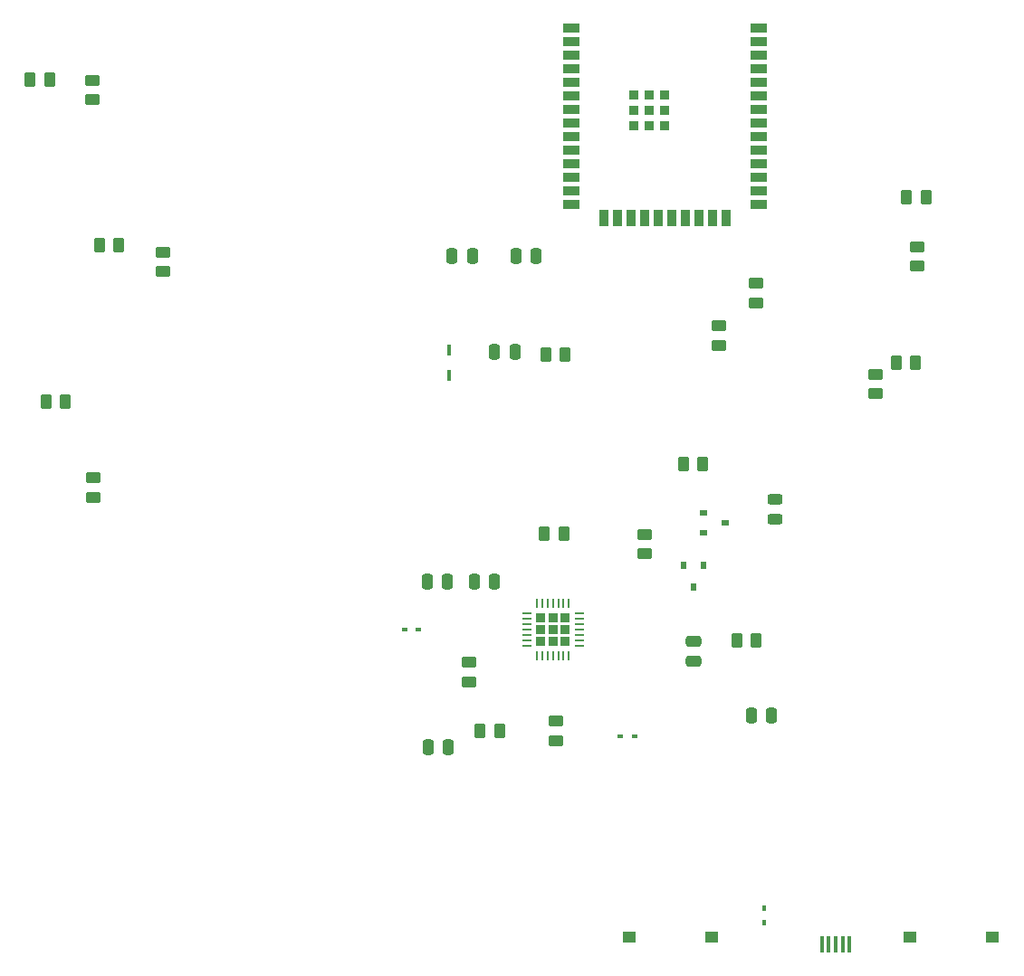
<source format=gtp>
G04 #@! TF.GenerationSoftware,KiCad,Pcbnew,8.0.8*
G04 #@! TF.CreationDate,2025-01-30T15:17:16-05:00*
G04 #@! TF.ProjectId,FORWARD-PCB,464f5257-4152-4442-9d50-43422e6b6963,rev?*
G04 #@! TF.SameCoordinates,Original*
G04 #@! TF.FileFunction,Paste,Top*
G04 #@! TF.FilePolarity,Positive*
%FSLAX46Y46*%
G04 Gerber Fmt 4.6, Leading zero omitted, Abs format (unit mm)*
G04 Created by KiCad (PCBNEW 8.0.8) date 2025-01-30 15:17:16*
%MOMM*%
%LPD*%
G01*
G04 APERTURE LIST*
G04 Aperture macros list*
%AMRoundRect*
0 Rectangle with rounded corners*
0 $1 Rounding radius*
0 $2 $3 $4 $5 $6 $7 $8 $9 X,Y pos of 4 corners*
0 Add a 4 corners polygon primitive as box body*
4,1,4,$2,$3,$4,$5,$6,$7,$8,$9,$2,$3,0*
0 Add four circle primitives for the rounded corners*
1,1,$1+$1,$2,$3*
1,1,$1+$1,$4,$5*
1,1,$1+$1,$6,$7*
1,1,$1+$1,$8,$9*
0 Add four rect primitives between the rounded corners*
20,1,$1+$1,$2,$3,$4,$5,0*
20,1,$1+$1,$4,$5,$6,$7,0*
20,1,$1+$1,$6,$7,$8,$9,0*
20,1,$1+$1,$8,$9,$2,$3,0*%
G04 Aperture macros list end*
%ADD10R,0.450000X1.500000*%
%ADD11RoundRect,0.250000X0.262500X0.450000X-0.262500X0.450000X-0.262500X-0.450000X0.262500X-0.450000X0*%
%ADD12RoundRect,0.250000X-0.450000X0.262500X-0.450000X-0.262500X0.450000X-0.262500X0.450000X0.262500X0*%
%ADD13R,0.600000X0.800000*%
%ADD14RoundRect,0.250000X-0.250000X-0.475000X0.250000X-0.475000X0.250000X0.475000X-0.250000X0.475000X0*%
%ADD15RoundRect,0.250000X-0.475000X0.250000X-0.475000X-0.250000X0.475000X-0.250000X0.475000X0.250000X0*%
%ADD16R,1.250000X1.000000*%
%ADD17RoundRect,0.243750X-0.456250X0.243750X-0.456250X-0.243750X0.456250X-0.243750X0.456250X0.243750X0*%
%ADD18RoundRect,0.250000X-0.262500X-0.450000X0.262500X-0.450000X0.262500X0.450000X-0.262500X0.450000X0*%
%ADD19R,0.800000X0.600000*%
%ADD20RoundRect,0.250000X0.250000X0.475000X-0.250000X0.475000X-0.250000X-0.475000X0.250000X-0.475000X0*%
%ADD21R,0.480000X0.400000*%
%ADD22R,1.500000X0.900000*%
%ADD23R,0.900000X1.500000*%
%ADD24R,0.900000X0.900000*%
%ADD25R,0.460000X1.040000*%
%ADD26R,0.400000X0.480000*%
%ADD27RoundRect,0.225000X-0.225000X-0.225000X0.225000X-0.225000X0.225000X0.225000X-0.225000X0.225000X0*%
%ADD28RoundRect,0.062500X-0.337500X-0.062500X0.337500X-0.062500X0.337500X0.062500X-0.337500X0.062500X0*%
%ADD29RoundRect,0.062500X-0.062500X-0.337500X0.062500X-0.337500X0.062500X0.337500X-0.062500X0.337500X0*%
%ADD30RoundRect,0.250000X0.450000X-0.262500X0.450000X0.262500X-0.450000X0.262500X-0.450000X-0.262500X0*%
G04 APERTURE END LIST*
D10*
X178650000Y-142000000D03*
X179300000Y-142000000D03*
X179950000Y-142000000D03*
X180600000Y-142000000D03*
X181250000Y-142000000D03*
D11*
X107912500Y-91205000D03*
X106087500Y-91205000D03*
D12*
X187600000Y-76675000D03*
X187600000Y-78500000D03*
D13*
X167619740Y-106490000D03*
X165719740Y-106490000D03*
X166669740Y-108510000D03*
D14*
X172050000Y-120500000D03*
X173950000Y-120500000D03*
D15*
X166619740Y-113600000D03*
X166619740Y-115500000D03*
D16*
X186875000Y-141250000D03*
X194625000Y-141250000D03*
D12*
X153750000Y-121087500D03*
X153750000Y-122912500D03*
D17*
X174250000Y-100312500D03*
X174250000Y-102187500D03*
D12*
X117062500Y-77175000D03*
X117062500Y-79000000D03*
D14*
X141719740Y-108000000D03*
X143619740Y-108000000D03*
D18*
X152837500Y-86750000D03*
X154662500Y-86750000D03*
D12*
X162119740Y-103587500D03*
X162119740Y-105412500D03*
D18*
X146675000Y-122000000D03*
X148500000Y-122000000D03*
D14*
X146119740Y-108000000D03*
X148019740Y-108000000D03*
D19*
X167599740Y-101560000D03*
X167599740Y-103460000D03*
X169619740Y-102510000D03*
D18*
X165707240Y-97000000D03*
X167532240Y-97000000D03*
D16*
X160625000Y-141250000D03*
X168375000Y-141250000D03*
D11*
X188412500Y-72000000D03*
X186587500Y-72000000D03*
D18*
X104587500Y-61000000D03*
X106412500Y-61000000D03*
D11*
X172532240Y-113500000D03*
X170707240Y-113500000D03*
D14*
X150050000Y-77500000D03*
X151950000Y-77500000D03*
D12*
X169000000Y-84087500D03*
X169000000Y-85912500D03*
X172500000Y-80087500D03*
X172500000Y-81912500D03*
D20*
X143700000Y-123500000D03*
X141800000Y-123500000D03*
D21*
X161119740Y-122500000D03*
X159799740Y-122500000D03*
D22*
X155250000Y-56180000D03*
X155250000Y-57450000D03*
X155250000Y-58720000D03*
X155250000Y-59990000D03*
X155250000Y-61260000D03*
X155250000Y-62530000D03*
X155250000Y-63800000D03*
X155250000Y-65070000D03*
X155250000Y-66340000D03*
X155250000Y-67610000D03*
X155250000Y-68880000D03*
X155250000Y-70150000D03*
X155250000Y-71420000D03*
X155250000Y-72690000D03*
D23*
X158290000Y-73940000D03*
X159560000Y-73940000D03*
X160830000Y-73940000D03*
X162100000Y-73940000D03*
X163370000Y-73940000D03*
X164640000Y-73940000D03*
X165910000Y-73940000D03*
X167180000Y-73940000D03*
X168450000Y-73940000D03*
X169720000Y-73940000D03*
D22*
X172750000Y-72690000D03*
X172750000Y-71420000D03*
X172750000Y-70150000D03*
X172750000Y-68880000D03*
X172750000Y-67610000D03*
X172750000Y-66340000D03*
X172750000Y-65070000D03*
X172750000Y-63800000D03*
X172750000Y-62530000D03*
X172750000Y-61260000D03*
X172750000Y-59990000D03*
X172750000Y-58720000D03*
X172750000Y-57450000D03*
X172750000Y-56180000D03*
D24*
X161100000Y-62500000D03*
X161100000Y-63900000D03*
X161100000Y-65300000D03*
X162500000Y-62500000D03*
X162500000Y-63900000D03*
X162500000Y-65300000D03*
X163900000Y-62500000D03*
X163900000Y-63900000D03*
X163900000Y-65300000D03*
D11*
X154532240Y-103500000D03*
X152707240Y-103500000D03*
D12*
X110412500Y-61087500D03*
X110412500Y-62912500D03*
D25*
X143750000Y-88690000D03*
X143750000Y-86310000D03*
D26*
X173250000Y-138590000D03*
X173250000Y-139910000D03*
D21*
X140939740Y-112500000D03*
X139619740Y-112500000D03*
D18*
X111087500Y-76500000D03*
X112912500Y-76500000D03*
D20*
X145950000Y-77500000D03*
X144050000Y-77500000D03*
D12*
X183700000Y-88587500D03*
X183700000Y-90412500D03*
D27*
X152379740Y-111380000D03*
X152379740Y-112500000D03*
X152379740Y-113620000D03*
X153499740Y-111380000D03*
X153499740Y-112500000D03*
X153499740Y-113620000D03*
X154619740Y-111380000D03*
X154619740Y-112500000D03*
X154619740Y-113620000D03*
D28*
X151049740Y-111000000D03*
X151049740Y-111500000D03*
X151049740Y-112000000D03*
X151049740Y-112500000D03*
X151049740Y-113000000D03*
X151049740Y-113500000D03*
X151049740Y-114000000D03*
D29*
X151999740Y-114950000D03*
X152499740Y-114950000D03*
X152999740Y-114950000D03*
X153499740Y-114950000D03*
X153999740Y-114950000D03*
X154499740Y-114950000D03*
X154999740Y-114950000D03*
D28*
X155949740Y-114000000D03*
X155949740Y-113500000D03*
X155949740Y-113000000D03*
X155949740Y-112500000D03*
X155949740Y-112000000D03*
X155949740Y-111500000D03*
X155949740Y-111000000D03*
D29*
X154999740Y-110050000D03*
X154499740Y-110050000D03*
X153999740Y-110050000D03*
X153499740Y-110050000D03*
X152999740Y-110050000D03*
X152499740Y-110050000D03*
X151999740Y-110050000D03*
D30*
X145619740Y-117412500D03*
X145619740Y-115587500D03*
D12*
X110500000Y-98292500D03*
X110500000Y-100117500D03*
D14*
X148050000Y-86500000D03*
X149950000Y-86500000D03*
D11*
X187412500Y-87500000D03*
X185587500Y-87500000D03*
M02*

</source>
